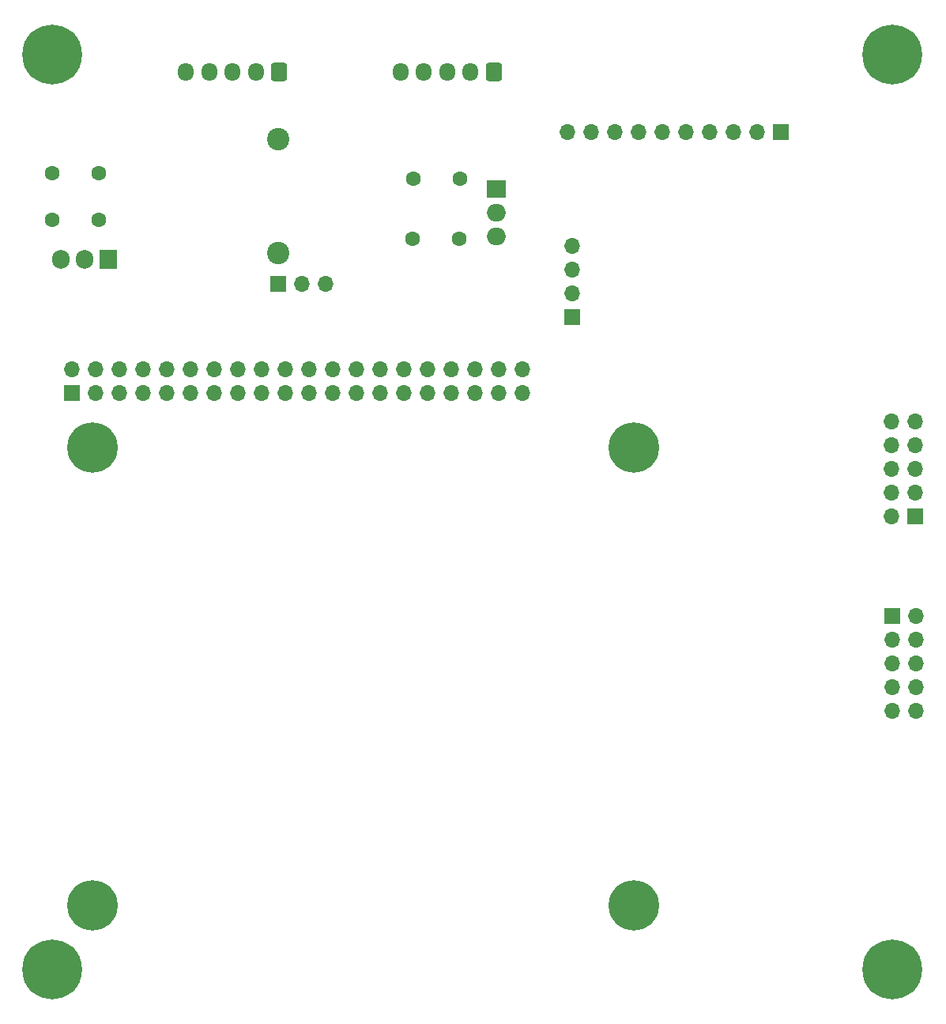
<source format=gts>
G04 #@! TF.GenerationSoftware,KiCad,Pcbnew,8.0.2-8.0.2-0~ubuntu24.04.1*
G04 #@! TF.CreationDate,2024-04-29T20:25:20+02:00*
G04 #@! TF.ProjectId,astrobox_radio_input,61737472-6f62-46f7-985f-726164696f5f,1*
G04 #@! TF.SameCoordinates,Original*
G04 #@! TF.FileFunction,Soldermask,Top*
G04 #@! TF.FilePolarity,Negative*
%FSLAX46Y46*%
G04 Gerber Fmt 4.6, Leading zero omitted, Abs format (unit mm)*
G04 Created by KiCad (PCBNEW 8.0.2-8.0.2-0~ubuntu24.04.1) date 2024-04-29 20:25:20*
%MOMM*%
%LPD*%
G01*
G04 APERTURE LIST*
G04 Aperture macros list*
%AMRoundRect*
0 Rectangle with rounded corners*
0 $1 Rounding radius*
0 $2 $3 $4 $5 $6 $7 $8 $9 X,Y pos of 4 corners*
0 Add a 4 corners polygon primitive as box body*
4,1,4,$2,$3,$4,$5,$6,$7,$8,$9,$2,$3,0*
0 Add four circle primitives for the rounded corners*
1,1,$1+$1,$2,$3*
1,1,$1+$1,$4,$5*
1,1,$1+$1,$6,$7*
1,1,$1+$1,$8,$9*
0 Add four rect primitives between the rounded corners*
20,1,$1+$1,$2,$3,$4,$5,0*
20,1,$1+$1,$4,$5,$6,$7,0*
20,1,$1+$1,$6,$7,$8,$9,0*
20,1,$1+$1,$8,$9,$2,$3,0*%
G04 Aperture macros list end*
%ADD10R,1.700000X1.700000*%
%ADD11O,1.700000X1.700000*%
%ADD12C,6.400000*%
%ADD13C,2.400000*%
%ADD14RoundRect,0.250000X0.600000X0.725000X-0.600000X0.725000X-0.600000X-0.725000X0.600000X-0.725000X0*%
%ADD15O,1.700000X1.950000*%
%ADD16C,5.400000*%
%ADD17C,1.600000*%
%ADD18R,1.905000X2.000000*%
%ADD19O,1.905000X2.000000*%
%ADD20R,2.000000X1.905000*%
%ADD21O,2.000000X1.905000*%
G04 APERTURE END LIST*
D10*
G04 #@! TO.C,J8*
X67056000Y-71247000D03*
D11*
X67056000Y-68707000D03*
X69596000Y-71247000D03*
X69596000Y-68707000D03*
X72136000Y-71247000D03*
X72136000Y-68707000D03*
X74676000Y-71247000D03*
X74676000Y-68707000D03*
X77216000Y-71247000D03*
X77216000Y-68707000D03*
X79756000Y-71247000D03*
X79756000Y-68707000D03*
X82296000Y-71247000D03*
X82296000Y-68707000D03*
X84836000Y-71247000D03*
X84836000Y-68707000D03*
X87376000Y-71247000D03*
X87376000Y-68707000D03*
X89916000Y-71247000D03*
X89916000Y-68707000D03*
X92456000Y-71247000D03*
X92456000Y-68707000D03*
X94996000Y-71247000D03*
X94996000Y-68707000D03*
X97536000Y-71247000D03*
X97536000Y-68707000D03*
X100076000Y-71247000D03*
X100076000Y-68707000D03*
X102616000Y-71247000D03*
X102616000Y-68707000D03*
X105156000Y-71247000D03*
X105156000Y-68707000D03*
X107696000Y-71247000D03*
X107696000Y-68707000D03*
X110236000Y-71247000D03*
X110236000Y-68707000D03*
X112776000Y-71247000D03*
X112776000Y-68707000D03*
X115316000Y-71247000D03*
X115316000Y-68707000D03*
G04 #@! TD*
D12*
G04 #@! TO.C,REF\u002A\u002A*
X155000000Y-133000000D03*
G04 #@! TD*
G04 #@! TO.C,REF\u002A\u002A*
X65000000Y-35000000D03*
G04 #@! TD*
D13*
G04 #@! TO.C,L1*
X89154000Y-44061000D03*
X89154000Y-56261000D03*
G04 #@! TD*
D14*
G04 #@! TO.C,J3*
X89288000Y-36880000D03*
D15*
X86788000Y-36880000D03*
X84288000Y-36880000D03*
X81788000Y-36880000D03*
X79288000Y-36880000D03*
G04 #@! TD*
D10*
G04 #@! TO.C,J2*
X120716000Y-63107000D03*
D11*
X120716000Y-60567000D03*
X120716000Y-58027000D03*
X120716000Y-55487000D03*
G04 #@! TD*
D16*
G04 #@! TO.C,REF\u002A\u002A*
X69254000Y-126104000D03*
G04 #@! TD*
G04 #@! TO.C,REF\u002A\u002A*
X69254000Y-77104000D03*
G04 #@! TD*
D10*
G04 #@! TO.C,J4*
X143002000Y-43307000D03*
D11*
X140462000Y-43307000D03*
X137922000Y-43307000D03*
X135382000Y-43307000D03*
X132842000Y-43307000D03*
X130302000Y-43307000D03*
X127762000Y-43307000D03*
X125222000Y-43307000D03*
X122682000Y-43307000D03*
X120142000Y-43307000D03*
G04 #@! TD*
D12*
G04 #@! TO.C,REF\u002A\u002A*
X155000000Y-35000000D03*
G04 #@! TD*
D14*
G04 #@! TO.C,J6*
X112291000Y-36913381D03*
D15*
X109791000Y-36913381D03*
X107291000Y-36913381D03*
X104791000Y-36913381D03*
X102291000Y-36913381D03*
G04 #@! TD*
D17*
G04 #@! TO.C,C3*
X64950000Y-52725000D03*
X64950000Y-47725000D03*
G04 #@! TD*
G04 #@! TO.C,C4*
X69975000Y-47725000D03*
X69975000Y-52725000D03*
G04 #@! TD*
D18*
G04 #@! TO.C,U2*
X70990000Y-56955000D03*
D19*
X68450000Y-56955000D03*
X65910000Y-56955000D03*
G04 #@! TD*
D12*
G04 #@! TO.C,REF\u002A\u002A*
X65000000Y-133000000D03*
G04 #@! TD*
D10*
G04 #@! TO.C,J1*
X89154000Y-59563000D03*
D11*
X91694000Y-59563000D03*
X94234000Y-59563000D03*
G04 #@! TD*
D16*
G04 #@! TO.C,REF\u002A\u002A*
X127254000Y-126104000D03*
G04 #@! TD*
D20*
G04 #@! TO.C,U1*
X112530000Y-49385000D03*
D21*
X112530000Y-51925000D03*
X112530000Y-54465000D03*
G04 #@! TD*
D16*
G04 #@! TO.C,REF\u002A\u002A*
X127254000Y-77104000D03*
G04 #@! TD*
D10*
G04 #@! TO.C,J7*
X157412000Y-84487000D03*
D11*
X154872000Y-84487000D03*
X157412000Y-81947000D03*
X154872000Y-81947000D03*
X157412000Y-79407000D03*
X154872000Y-79407000D03*
X157412000Y-76867000D03*
X154872000Y-76867000D03*
X157412000Y-74327000D03*
X154872000Y-74327000D03*
G04 #@! TD*
D10*
G04 #@! TO.C,J5*
X154940000Y-95123000D03*
D11*
X157480000Y-95123000D03*
X154940000Y-97663000D03*
X157480000Y-97663000D03*
X154940000Y-100203000D03*
X157480000Y-100203000D03*
X154940000Y-102743000D03*
X157480000Y-102743000D03*
X154940000Y-105283000D03*
X157480000Y-105283000D03*
G04 #@! TD*
D17*
G04 #@! TO.C,C1*
X108600000Y-54775000D03*
X103600000Y-54775000D03*
G04 #@! TD*
G04 #@! TO.C,C2*
X103650000Y-48325000D03*
X108650000Y-48325000D03*
G04 #@! TD*
M02*

</source>
